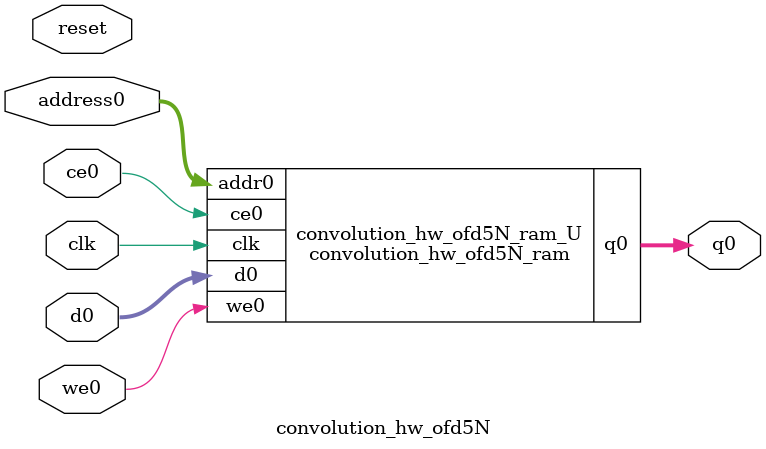
<source format=v>
`timescale 1 ns / 1 ps
module convolution_hw_ofd5N_ram (addr0, ce0, d0, we0, q0,  clk);

parameter DWIDTH = 32;
parameter AWIDTH = 6;
parameter MEM_SIZE = 56;

input[AWIDTH-1:0] addr0;
input ce0;
input[DWIDTH-1:0] d0;
input we0;
output reg[DWIDTH-1:0] q0;
input clk;

(* ram_style = "block" *)reg [DWIDTH-1:0] ram[0:MEM_SIZE-1];




always @(posedge clk)  
begin 
    if (ce0) begin
        if (we0) 
            ram[addr0] <= d0; 
        q0 <= ram[addr0];
    end
end


endmodule

`timescale 1 ns / 1 ps
module convolution_hw_ofd5N(
    reset,
    clk,
    address0,
    ce0,
    we0,
    d0,
    q0);

parameter DataWidth = 32'd32;
parameter AddressRange = 32'd56;
parameter AddressWidth = 32'd6;
input reset;
input clk;
input[AddressWidth - 1:0] address0;
input ce0;
input we0;
input[DataWidth - 1:0] d0;
output[DataWidth - 1:0] q0;



convolution_hw_ofd5N_ram convolution_hw_ofd5N_ram_U(
    .clk( clk ),
    .addr0( address0 ),
    .ce0( ce0 ),
    .we0( we0 ),
    .d0( d0 ),
    .q0( q0 ));

endmodule


</source>
